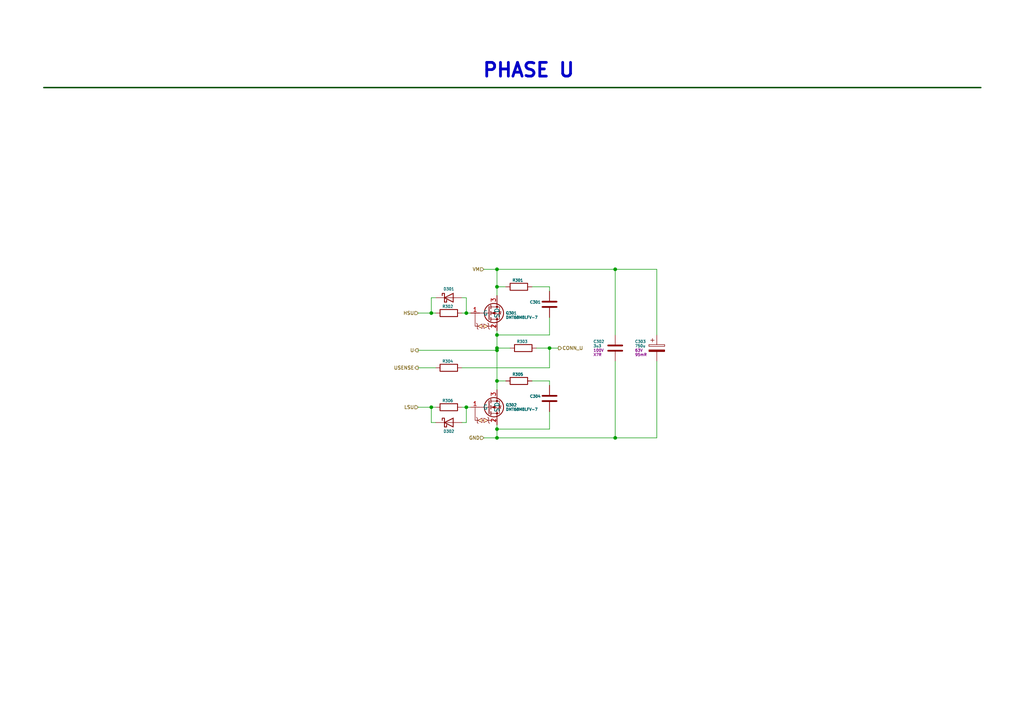
<source format=kicad_sch>
(kicad_sch (version 20211123) (generator eeschema)
  (paper "A4")
  (title_block (title "TMC6200-TA-T Eval Board") (date "2021-09-03") (rev "${REVISION}") (company "${COMPANY}") (comment 1 "${ENGINEER}") (comment 2 "${PHONE_NUMBER}") (comment 3 "${EMAIL}") (comment 4 "${SENTENCE}"))
  (lib_symbols
    (symbol "Device:C" (pin_numbers hide) (pin_names (offset 0.254))
      (property "Reference" "C" (at 0.635 2.54 0))
      (property "Value" "C" (at 0.635 -2.54 0))
      (symbol "C_0_1"
        (polyline (pts (xy -2.032 -0.762) (xy 2.032 -0.762)) (stroke (width 0.508)))
        (polyline (pts (xy -2.032 0.762) (xy 2.032 0.762)) (stroke (width 0.508)))
      )
      (symbol "C_1_1"
        (pin passive line (at 0 3.81 270) (length 2.794) (name "~") (number "1"))
        (pin passive line (at 0 -3.81 90) (length 2.794) (name "~") (number "2"))
      )
    )
    (symbol "Device:CP" (pin_numbers hide) (pin_names (offset 0.254))
      (property "Reference" "C" (at 0.635 2.54 0))
      (property "Value" "Device_CP" (at 0.635 -2.54 0))
      (symbol "CP_0_1"
        (rectangle (start -2.286 0.508) (end 2.286 1.016))
        (polyline (pts (xy -1.778 2.286) (xy -0.762 2.286)))
        (polyline (pts (xy -1.27 2.794) (xy -1.27 1.778)))
        (rectangle (start 2.286 -0.508) (end -2.286 -1.016) (fill (type outline)))
      )
      (symbol "CP_1_1"
        (pin passive line (at 0 3.81 270) (length 2.794) (name "~") (number "1"))
        (pin passive line (at 0 -3.81 90) (length 2.794) (name "~") (number "2"))
      )
    )
    (symbol "Device:D_Schottky" (pin_numbers hide) (pin_names (offset 1.016) hide)
      (property "Reference" "D" (at 0 2.54 0))
      (property "Value" "D_Schottky" (at 0 -2.54 0))
      (symbol "D_Schottky_0_1"
        (polyline (pts (xy 1.27 0) (xy -1.27 0)))
        (polyline (pts (xy 1.27 1.27) (xy 1.27 -1.27) (xy -1.27 0) (xy 1.27 1.27)) (stroke (width 0.254)))
        (polyline (pts (xy -1.905 0.635) (xy -1.905 1.27) (xy -1.27 1.27) (xy -1.27 -1.27) (xy -0.635 -1.27) (xy -0.635 -0.635)) (stroke (width 0.254)))
      )
      (symbol "D_Schottky_1_1"
        (pin passive line (at -3.81 0 0) (length 2.54) (name "K") (number "1"))
        (pin passive line (at 3.81 0 180) (length 2.54) (name "A") (number "2"))
      )
    )
    (symbol "Device:R" (pin_numbers hide) (pin_names (offset 0))
      (property "Reference" "R" (at 2.032 0 90))
      (property "Value" "R" (at 0 0 90))
      (symbol "R_0_1"
        (rectangle (start -1.016 -2.54) (end 1.016 2.54) (stroke (width 0.254)))
      )
      (symbol "R_1_1"
        (pin passive line (at 0 3.81 270) (length 1.27) (name "~") (number "1"))
        (pin passive line (at 0 -3.81 90) (length 1.27) (name "~") (number "2"))
      )
    )
    (symbol "eval_board_tmc6200-ta:DMT68M8LFV-7" (pin_names (offset 1.016))
      (property "Reference" "Q" (at 2.54 3.81 0))
      (property "Value" "DMT68M8LFV-7" (at 8.89 -3.81 0))
      (symbol "DMT68M8LFV-7_0_1"
        (polyline (pts (xy -4.191 -3.81) (xy -3.937 -3.81)))
        (polyline (pts (xy -2.413 -4.445) (xy -2.159 -4.699)))
        (polyline (pts (xy -2.413 -3.175) (xy -2.413 -4.445)))
        (polyline (pts (xy -2.286 -3.81) (xy -0.127 -3.81)))
        (polyline (pts (xy -6.35 0) (xy -6.35 -3.81) (xy -5.842 -3.81)))
        (polyline (pts (xy -4.318 -3.175) (xy -4.318 -4.445) (xy -5.588 -3.81) (xy -4.318 -3.175)) (fill (type background)))
      )
      (symbol "DMT68M8LFV-7_1_1"
        (circle (center -0.889 0) (radius 2.794) (stroke (width 0.254)))
        (circle (center 0 -1.778) (radius 0.254) (fill (type outline)))
        (polyline (pts (xy -5.969 -2.921) (xy -5.715 -3.175)))
        (polyline (pts (xy -5.715 -4.445) (xy -5.461 -4.699)))
        (polyline (pts (xy -5.715 -3.175) (xy -5.715 -4.445)))
        (polyline (pts (xy -2.667 -2.921) (xy -2.413 -3.175)))
        (polyline (pts (xy -2.286 0) (xy -5.08 0)))
        (polyline (pts (xy -2.286 1.905) (xy -2.286 -1.905)) (stroke (width 0.254)))
        (polyline (pts (xy -1.778 -1.27) (xy -1.778 -2.286)) (stroke (width 0.254)))
        (polyline (pts (xy -1.778 0.508) (xy -1.778 -0.508)) (stroke (width 0.254)))
        (polyline (pts (xy -1.778 2.286) (xy -1.778 1.27)) (stroke (width 0.254)))
        (polyline (pts (xy 0 2.54) (xy 0 1.778)))
        (polyline (pts (xy 0 -2.54) (xy 0 0) (xy -1.778 0)))
        (polyline (pts (xy -3.81 -3.175) (xy -3.81 -4.445) (xy -2.54 -3.81) (xy -3.81 -3.175)) (fill (type background)))
        (polyline (pts (xy -1.778 -1.778) (xy 0.762 -1.778) (xy 0.762 1.778) (xy -1.778 1.778)))
        (polyline (pts (xy -1.524 0) (xy -0.508 0.381) (xy -0.508 -0.381) (xy -1.524 0)) (fill (type outline)))
        (polyline (pts (xy 0.254 0.508) (xy 0.381 0.381) (xy 1.143 0.381) (xy 1.27 0.254)))
        (polyline (pts (xy 0.762 0.381) (xy 0.381 -0.254) (xy 1.143 -0.254) (xy 0.762 0.381)))
        (circle (center 0 1.778) (radius 0.254) (fill (type outline)))
        (pin input line (at -7.62 0 0) (length 2.54) (name "G") (number "1"))
        (pin passive line (at 0 -5.08 90) (length 2.54) (name "S") (number "2"))
        (pin passive line (at 0 5.08 270) (length 2.54) (name "D") (number "3"))
      )
    )
  )
  (junction (at 135.255 90.805))
  (junction (at 178.435 127))
  (junction (at 144.145 101.6))
  (junction (at 144.145 100.965))
  (junction (at 144.145 78.105))
  (junction (at 144.145 127))
  (junction (at 135.255 118.11))
  (junction (at 178.435 78.105))
  (junction (at 144.145 110.49))
  (junction (at 125.095 90.805))
  (junction (at 144.145 97.155))
  (junction (at 144.145 83.185))
  (junction (at 144.145 124.46))
  (junction (at 159.385 100.965))
  (junction (at 125.095 118.11))
  (wire (pts (xy 144.145 127) (xy 140.335 127)))
  (wire (pts (xy 178.435 127) (xy 144.145 127)))
  (wire (pts (xy 146.685 83.185) (xy 144.145 83.185)))
  (wire (pts (xy 144.145 110.49) (xy 144.145 113.03)))
  (wire (pts (xy 126.365 90.805) (xy 125.095 90.805)))
  (wire (pts (xy 159.385 83.185) (xy 159.385 84.455)))
  (wire (pts (xy 133.985 118.11) (xy 135.255 118.11)))
  (wire (pts (xy 144.145 100.965) (xy 147.955 100.965)))
  (wire (pts (xy 178.435 104.775) (xy 178.435 127)))
  (wire (pts (xy 146.685 110.49) (xy 144.145 110.49)))
  (wire (pts (xy 133.985 122.555) (xy 135.255 122.555)))
  (wire (pts (xy 178.435 78.105) (xy 178.435 97.155)))
  (wire (pts (xy 190.5 78.105) (xy 178.435 78.105)))
  (wire (pts (xy 125.095 122.555) (xy 126.365 122.555)))
  (wire (pts (xy 135.255 118.11) (xy 135.255 122.555)))
  (wire (pts (xy 154.305 83.185) (xy 159.385 83.185)))
  (wire (pts (xy 125.095 90.805) (xy 121.285 90.805)))
  (wire (pts (xy 144.145 78.105) (xy 178.435 78.105)))
  (polyline (pts (xy 12.7 25.4) (xy 284.48 25.4)) (stroke (width 0.4064) (type solid) (color 0 72 0 1)))
  (wire (pts (xy 159.385 124.46) (xy 159.385 119.38)))
  (wire (pts (xy 190.5 78.105) (xy 190.5 97.155)))
  (wire (pts (xy 133.985 86.36) (xy 135.255 86.36)))
  (wire (pts (xy 125.095 118.11) (xy 121.285 118.11)))
  (wire (pts (xy 190.5 127) (xy 178.435 127)))
  (wire (pts (xy 144.145 123.19) (xy 144.145 124.46)))
  (wire (pts (xy 126.365 86.36) (xy 125.095 86.36)))
  (wire (pts (xy 144.145 124.46) (xy 159.385 124.46)))
  (wire (pts (xy 144.145 97.155) (xy 144.145 100.965)))
  (wire (pts (xy 159.385 100.965) (xy 161.925 100.965)))
  (wire (pts (xy 126.365 118.11) (xy 125.095 118.11)))
  (wire (pts (xy 144.145 124.46) (xy 144.145 127)))
  (wire (pts (xy 135.255 86.36) (xy 135.255 90.805)))
  (wire (pts (xy 135.255 118.11) (xy 136.525 118.11)))
  (wire (pts (xy 144.145 83.185) (xy 144.145 85.725)))
  (wire (pts (xy 140.335 78.105) (xy 144.145 78.105)))
  (wire (pts (xy 126.365 106.68) (xy 121.285 106.68)))
  (wire (pts (xy 159.385 106.68) (xy 133.985 106.68)))
  (wire (pts (xy 135.255 90.805) (xy 136.525 90.805)))
  (wire (pts (xy 144.145 101.6) (xy 121.285 101.6)))
  (wire (pts (xy 144.145 100.965) (xy 144.145 101.6)))
  (wire (pts (xy 159.385 92.075) (xy 159.385 97.155)))
  (wire (pts (xy 125.095 86.36) (xy 125.095 90.805)))
  (wire (pts (xy 144.145 78.105) (xy 144.145 83.185)))
  (wire (pts (xy 144.145 97.155) (xy 144.145 95.885)))
  (wire (pts (xy 154.305 110.49) (xy 159.385 110.49)))
  (wire (pts (xy 144.145 101.6) (xy 144.145 110.49)))
  (wire (pts (xy 159.385 110.49) (xy 159.385 111.76)))
  (wire (pts (xy 159.385 97.155) (xy 144.145 97.155)))
  (wire (pts (xy 190.5 104.775) (xy 190.5 127)))
  (wire (pts (xy 155.575 100.965) (xy 159.385 100.965)))
  (wire (pts (xy 133.985 90.805) (xy 135.255 90.805)))
  (wire (pts (xy 125.095 118.11) (xy 125.095 122.555)))
  (wire (pts (xy 159.385 100.965) (xy 159.385 106.68)))
  (text "PHASE U" (at 139.7 22.86 0) (effects (font (size 3.9878 3.9878) (thickness 0.7976) bold) (justify left bottom)))
  (hierarchical_label "VM" (shape input) (at 140.335 78.105 180) (effects (font (size 0.9906 0.9906))))
  (hierarchical_label "U" (shape output) (at 121.285 101.6 180) (effects (font (size 0.9906 0.9906))))
  (hierarchical_label "GND" (shape input) (at 140.335 127 180) (effects (font (size 0.9906 0.9906))))
  (hierarchical_label "USENSE" (shape output) (at 121.285 106.68 180) (effects (font (size 0.9906 0.9906))))
  (hierarchical_label "CONN_U" (shape output) (at 161.925 100.965 0) (effects (font (size 0.9906 0.9906))))
  (hierarchical_label "HSU" (shape input) (at 121.285 90.805 180) (effects (font (size 0.9906 0.9906))))
  (hierarchical_label "LSU" (shape input) (at 121.285 118.11 180) (effects (font (size 0.9906 0.9906))))
  (symbol (lib_id "Device:C") (at 159.385 115.57 180) (unit 1)
    (property "Reference" "C304" (at 153.67 114.935 0) (effects (font (size 0.7874 0.7874)) (justify right)))
    (property "Value" "C" (effects hide))
    (property "Footprint" "Capacitor_SMD:C_0402_1005Metric" (effects hide))
  )
  (symbol (lib_id "eval_board_tmc6200-ta:DMT68M8LFV-7") (at 144.145 90.805 0) (unit 1)
    (property "Reference" "Q301" (at 146.685 90.805 0) (effects (font (size 0.7874 0.7874)) (justify left)))
    (property "Value" "DMT68M8LFV-7" (at 146.685 92.075 0) (effects (font (size 0.7874 0.7874)) (justify left)))
    (property "Footprint" "eval_board_tmc6200-ta:DMT68M8LFV-7_PowerDI5060-8" (effects hide))
    (property "Datasheet" "https://pl.mouser.com/datasheet/2/115/diodes_inc_diod-s-a0007810738-1-1749126.pdf" (effects hide))
  )
  (symbol (lib_id "Device:R") (at 130.175 118.11 270) (unit 1)
    (property "Reference" "R306" (at 128.27 116.205 90) (effects (font (size 0.7874 0.7874)) (justify left)))
    (property "Value" "R" (effects hide))
    (property "Footprint" "Resistor_SMD:R_0402_1005Metric" (effects hide))
  )
  (symbol (lib_id "Device:R") (at 151.765 100.965 270) (unit 1)
    (property "Reference" "R303" (at 149.86 99.06 90) (effects (font (size 0.7874 0.7874)) (justify left)))
    (property "Value" "R" (effects hide))
    (property "Footprint" "Resistor_SMD:R_1210_3225Metric" (effects hide))
  )
  (symbol (lib_id "Device:C") (at 178.435 100.965 180) (unit 1)
    (property "Reference" "C302" (at 172.085 99.06 0) (effects (font (size 0.7874 0.7874)) (justify right)))
    (property "Value" "3u3" (at 172.085 100.33 0) (effects (font (size 0.7874 0.7874)) (justify right)))
    (property "Footprint" "Capacitor_SMD:C_1812_4532Metric" (effects hide))
    (property "Datasheet" "https://pl.mouser.com/datasheet/2/212/KEM_C1002_X7R_SMD-1102033.pdf" (effects hide))
    (property "Manufacturer" "KEMET" (effects hide))
    (property "Package" "1812" (effects hide))
    (property "Part Number" "C1812C335K1RACTU" (effects hide))
    (property "Description" "Multilayer Ceramic Capacitors MLCC - SMD/SMT 100volts 3.3uF 10% X7R" (effects hide))
    (property "DC Voltage" "100V" (at 172.085 101.6 0) (effects (font (size 0.7874 0.7874)) (justify right)))
    (property "Isolation Material" "X7R" (at 172.085 102.87 0) (effects (font (size 0.7874 0.7874)) (justify right)))
    (property "Tolerance" "10%" (effects hide))
    (property "Class" "Class 2" (effects hide))
  )
  (symbol (lib_id "Device:R") (at 150.495 83.185 270) (unit 1)
    (property "Reference" "R301" (at 148.59 81.28 90) (effects (font (size 0.7874 0.7874)) (justify left)))
    (property "Value" "R" (effects hide))
    (property "Footprint" "Resistor_SMD:R_0402_1005Metric" (effects hide))
  )
  (symbol (lib_id "Device:CP") (at 190.5 100.965 0) (unit 1)
    (property "Reference" "C303" (at 184.15 99.06 0) (effects (font (size 0.7874 0.7874)) (justify left)))
    (property "Value" "750u" (at 184.15 100.33 0) (effects (font (size 0.7874 0.7874)) (justify left)))
    (property "Footprint" "Capacitor_SMD:CP_Elec_18x17.5" (effects hide))
    (property "Datasheet" "https://pl.mouser.com/datasheet/2/315/RDE0000C1255-1308107.pdf" (effects hide))
    (property "Manufacturer" "Panasonic" (effects hide))
    (property "Package" "NA" (effects hide))
    (property "Part Number" "EEE-TP1J751V" (effects hide))
    (property "Description" "Aluminum Electrolytic Capacitors - SMD 63VDC 750uF 20% SMD AEC-Q200 Vibe Proof " (effects hide))
    (property "DC Voltage" "63V" (at 184.15 101.6 0) (effects (font (size 0.7874 0.7874)) (justify left)))
    (property "ESR" "95mR" (at 184.15 102.87 0) (effects (font (size 0.7874 0.7874)) (justify left)))
    (property "Tolerance" "20%" (effects hide))
    (property "Class" "Electrolytic Capacitors " (effects hide))
  )
  (symbol (lib_id "Device:R") (at 130.175 106.68 270) (unit 1)
    (property "Reference" "R304" (at 128.27 104.775 90) (effects (font (size 0.7874 0.7874)) (justify left)))
    (property "Value" "R" (effects hide))
    (property "Footprint" "Resistor_SMD:R_0402_1005Metric" (effects hide))
  )
  (symbol (lib_id "Device:R") (at 150.495 110.49 270) (unit 1)
    (property "Reference" "R305" (at 148.59 108.585 90) (effects (font (size 0.7874 0.7874)) (justify left)))
    (property "Value" "R" (effects hide))
    (property "Footprint" "Resistor_SMD:R_0402_1005Metric" (effects hide))
  )
  (symbol (lib_id "eval_board_tmc6200-ta:DMT68M8LFV-7") (at 144.145 118.11 0) (unit 1)
    (property "Reference" "Q302" (at 146.685 117.475 0) (effects (font (size 0.7874 0.7874)) (justify left)))
    (property "Value" "DMT68M8LFV-7" (at 146.685 118.745 0) (effects (font (size 0.7874 0.7874)) (justify left)))
    (property "Footprint" "eval_board_tmc6200-ta:DMT68M8LFV-7_PowerDI5060-8" (effects hide))
    (property "Datasheet" "https://pl.mouser.com/datasheet/2/115/diodes_inc_diod-s-a0007810738-1-1749126.pdf" (effects hide))
  )
  (symbol (lib_id "Device:D_Schottky") (at 130.175 122.555 0) (unit 1)
    (property "Reference" "D302" (at 130.175 125.095 0) (effects (font (size 0.7874 0.7874))))
    (property "Value" "D_Schottky" (effects hide))
    (property "Footprint" "Diode_SMD:D_SOD-123" (effects hide))
  )
  (symbol (lib_id "Device:R") (at 130.175 90.805 270) (unit 1)
    (property "Reference" "R302" (at 128.27 88.9 90) (effects (font (size 0.7874 0.7874)) (justify left)))
    (property "Value" "R" (effects hide))
    (property "Footprint" "Resistor_SMD:R_0402_1005Metric" (effects hide))
  )
  (symbol (lib_id "Device:D_Schottky") (at 130.175 86.36 0) (unit 1)
    (property "Reference" "D301" (at 130.175 83.82 0) (effects (font (size 0.7874 0.7874))))
    (property "Value" "D_Schottky" (effects hide))
    (property "Footprint" "Diode_SMD:D_SOD-123" (effects hide))
  )
  (symbol (lib_id "Device:C") (at 159.385 88.265 180) (unit 1)
    (property "Reference" "C301" (at 153.67 87.63 0) (effects (font (size 0.7874 0.7874)) (justify right)))
    (property "Value" "C" (effects hide))
    (property "Footprint" "Capacitor_SMD:C_0402_1005Metric" (effects hide))
  )
)
</source>
